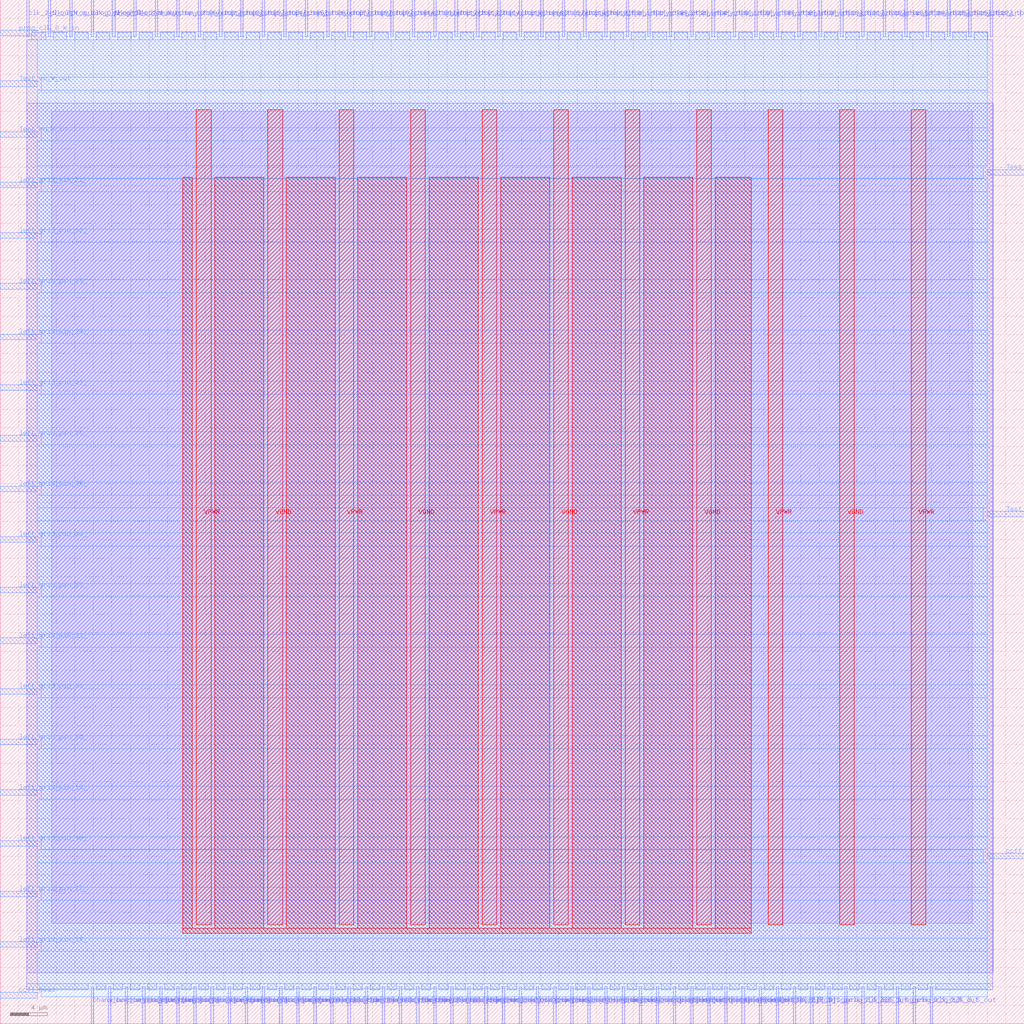
<source format=lef>
VERSION 5.7 ;
  NOWIREEXTENSIONATPIN ON ;
  DIVIDERCHAR "/" ;
  BUSBITCHARS "[]" ;
MACRO cby_1__1_
  CLASS BLOCK ;
  FOREIGN cby_1__1_ ;
  ORIGIN 0.000 0.000 ;
  SIZE 110.000 BY 110.000 ;
  PIN Test_en_E_in
    DIRECTION INPUT ;
    USE SIGNAL ;
    PORT
      LAYER met3 ;
        RECT 106.000 91.160 110.000 91.760 ;
    END
  END Test_en_E_in
  PIN Test_en_E_out
    DIRECTION OUTPUT TRISTATE ;
    USE SIGNAL ;
    PORT
      LAYER met3 ;
        RECT 106.000 54.440 110.000 55.040 ;
    END
  END Test_en_E_out
  PIN Test_en_N_out
    DIRECTION OUTPUT TRISTATE ;
    USE SIGNAL ;
    PORT
      LAYER met2 ;
        RECT 14.350 106.000 14.630 110.000 ;
    END
  END Test_en_N_out
  PIN Test_en_S_in
    DIRECTION INPUT ;
    USE SIGNAL ;
    PORT
      LAYER met2 ;
        RECT 83.350 0.000 83.630 4.000 ;
    END
  END Test_en_S_in
  PIN Test_en_W_in
    DIRECTION INPUT ;
    USE SIGNAL ;
    PORT
      LAYER met3 ;
        RECT 0.000 95.240 4.000 95.840 ;
    END
  END Test_en_W_in
  PIN Test_en_W_out
    DIRECTION OUTPUT TRISTATE ;
    USE SIGNAL ;
    PORT
      LAYER met3 ;
        RECT 0.000 100.680 4.000 101.280 ;
    END
  END Test_en_W_out
  PIN VGND
    DIRECTION INOUT ;
    USE GROUND ;
    PORT
      LAYER met4 ;
        RECT 28.720 10.640 30.320 98.160 ;
    END
    PORT
      LAYER met4 ;
        RECT 44.080 10.640 45.680 98.160 ;
    END
    PORT
      LAYER met4 ;
        RECT 59.440 10.640 61.040 98.160 ;
    END
    PORT
      LAYER met4 ;
        RECT 74.800 10.640 76.400 98.160 ;
    END
    PORT
      LAYER met4 ;
        RECT 90.160 10.640 91.760 98.160 ;
    END
  END VGND
  PIN VPWR
    DIRECTION INOUT ;
    USE POWER ;
    PORT
      LAYER met4 ;
        RECT 21.040 10.640 22.640 98.160 ;
    END
    PORT
      LAYER met4 ;
        RECT 36.400 10.640 38.000 98.160 ;
    END
    PORT
      LAYER met4 ;
        RECT 51.760 10.640 53.360 98.160 ;
    END
    PORT
      LAYER met4 ;
        RECT 67.120 10.640 68.720 98.160 ;
    END
    PORT
      LAYER met4 ;
        RECT 82.480 10.640 84.080 98.160 ;
    END
    PORT
      LAYER met4 ;
        RECT 97.840 10.640 99.440 98.160 ;
    END
  END VPWR
  PIN ccff_head
    DIRECTION INPUT ;
    USE SIGNAL ;
    PORT
      LAYER met3 ;
        RECT 0.000 2.760 4.000 3.360 ;
    END
  END ccff_head
  PIN ccff_tail
    DIRECTION OUTPUT TRISTATE ;
    USE SIGNAL ;
    PORT
      LAYER met3 ;
        RECT 106.000 17.720 110.000 18.320 ;
    END
  END ccff_tail
  PIN chany_bottom_in[0]
    DIRECTION INPUT ;
    USE SIGNAL ;
    PORT
      LAYER met2 ;
        RECT 46.550 0.000 46.830 4.000 ;
    END
  END chany_bottom_in[0]
  PIN chany_bottom_in[10]
    DIRECTION INPUT ;
    USE SIGNAL ;
    PORT
      LAYER met2 ;
        RECT 64.950 0.000 65.230 4.000 ;
    END
  END chany_bottom_in[10]
  PIN chany_bottom_in[11]
    DIRECTION INPUT ;
    USE SIGNAL ;
    PORT
      LAYER met2 ;
        RECT 66.790 0.000 67.070 4.000 ;
    END
  END chany_bottom_in[11]
  PIN chany_bottom_in[12]
    DIRECTION INPUT ;
    USE SIGNAL ;
    PORT
      LAYER met2 ;
        RECT 68.630 0.000 68.910 4.000 ;
    END
  END chany_bottom_in[12]
  PIN chany_bottom_in[13]
    DIRECTION INPUT ;
    USE SIGNAL ;
    PORT
      LAYER met2 ;
        RECT 70.470 0.000 70.750 4.000 ;
    END
  END chany_bottom_in[13]
  PIN chany_bottom_in[14]
    DIRECTION INPUT ;
    USE SIGNAL ;
    PORT
      LAYER met2 ;
        RECT 72.310 0.000 72.590 4.000 ;
    END
  END chany_bottom_in[14]
  PIN chany_bottom_in[15]
    DIRECTION INPUT ;
    USE SIGNAL ;
    PORT
      LAYER met2 ;
        RECT 74.150 0.000 74.430 4.000 ;
    END
  END chany_bottom_in[15]
  PIN chany_bottom_in[16]
    DIRECTION INPUT ;
    USE SIGNAL ;
    PORT
      LAYER met2 ;
        RECT 75.990 0.000 76.270 4.000 ;
    END
  END chany_bottom_in[16]
  PIN chany_bottom_in[17]
    DIRECTION INPUT ;
    USE SIGNAL ;
    PORT
      LAYER met2 ;
        RECT 77.830 0.000 78.110 4.000 ;
    END
  END chany_bottom_in[17]
  PIN chany_bottom_in[18]
    DIRECTION INPUT ;
    USE SIGNAL ;
    PORT
      LAYER met2 ;
        RECT 79.670 0.000 79.950 4.000 ;
    END
  END chany_bottom_in[18]
  PIN chany_bottom_in[19]
    DIRECTION INPUT ;
    USE SIGNAL ;
    PORT
      LAYER met2 ;
        RECT 81.510 0.000 81.790 4.000 ;
    END
  END chany_bottom_in[19]
  PIN chany_bottom_in[1]
    DIRECTION INPUT ;
    USE SIGNAL ;
    PORT
      LAYER met2 ;
        RECT 48.390 0.000 48.670 4.000 ;
    END
  END chany_bottom_in[1]
  PIN chany_bottom_in[2]
    DIRECTION INPUT ;
    USE SIGNAL ;
    PORT
      LAYER met2 ;
        RECT 50.230 0.000 50.510 4.000 ;
    END
  END chany_bottom_in[2]
  PIN chany_bottom_in[3]
    DIRECTION INPUT ;
    USE SIGNAL ;
    PORT
      LAYER met2 ;
        RECT 52.070 0.000 52.350 4.000 ;
    END
  END chany_bottom_in[3]
  PIN chany_bottom_in[4]
    DIRECTION INPUT ;
    USE SIGNAL ;
    PORT
      LAYER met2 ;
        RECT 53.910 0.000 54.190 4.000 ;
    END
  END chany_bottom_in[4]
  PIN chany_bottom_in[5]
    DIRECTION INPUT ;
    USE SIGNAL ;
    PORT
      LAYER met2 ;
        RECT 55.750 0.000 56.030 4.000 ;
    END
  END chany_bottom_in[5]
  PIN chany_bottom_in[6]
    DIRECTION INPUT ;
    USE SIGNAL ;
    PORT
      LAYER met2 ;
        RECT 57.590 0.000 57.870 4.000 ;
    END
  END chany_bottom_in[6]
  PIN chany_bottom_in[7]
    DIRECTION INPUT ;
    USE SIGNAL ;
    PORT
      LAYER met2 ;
        RECT 59.430 0.000 59.710 4.000 ;
    END
  END chany_bottom_in[7]
  PIN chany_bottom_in[8]
    DIRECTION INPUT ;
    USE SIGNAL ;
    PORT
      LAYER met2 ;
        RECT 61.270 0.000 61.550 4.000 ;
    END
  END chany_bottom_in[8]
  PIN chany_bottom_in[9]
    DIRECTION INPUT ;
    USE SIGNAL ;
    PORT
      LAYER met2 ;
        RECT 63.110 0.000 63.390 4.000 ;
    END
  END chany_bottom_in[9]
  PIN chany_bottom_out[0]
    DIRECTION OUTPUT TRISTATE ;
    USE SIGNAL ;
    PORT
      LAYER met2 ;
        RECT 9.750 0.000 10.030 4.000 ;
    END
  END chany_bottom_out[0]
  PIN chany_bottom_out[10]
    DIRECTION OUTPUT TRISTATE ;
    USE SIGNAL ;
    PORT
      LAYER met2 ;
        RECT 28.150 0.000 28.430 4.000 ;
    END
  END chany_bottom_out[10]
  PIN chany_bottom_out[11]
    DIRECTION OUTPUT TRISTATE ;
    USE SIGNAL ;
    PORT
      LAYER met2 ;
        RECT 29.990 0.000 30.270 4.000 ;
    END
  END chany_bottom_out[11]
  PIN chany_bottom_out[12]
    DIRECTION OUTPUT TRISTATE ;
    USE SIGNAL ;
    PORT
      LAYER met2 ;
        RECT 31.830 0.000 32.110 4.000 ;
    END
  END chany_bottom_out[12]
  PIN chany_bottom_out[13]
    DIRECTION OUTPUT TRISTATE ;
    USE SIGNAL ;
    PORT
      LAYER met2 ;
        RECT 33.670 0.000 33.950 4.000 ;
    END
  END chany_bottom_out[13]
  PIN chany_bottom_out[14]
    DIRECTION OUTPUT TRISTATE ;
    USE SIGNAL ;
    PORT
      LAYER met2 ;
        RECT 35.510 0.000 35.790 4.000 ;
    END
  END chany_bottom_out[14]
  PIN chany_bottom_out[15]
    DIRECTION OUTPUT TRISTATE ;
    USE SIGNAL ;
    PORT
      LAYER met2 ;
        RECT 37.350 0.000 37.630 4.000 ;
    END
  END chany_bottom_out[15]
  PIN chany_bottom_out[16]
    DIRECTION OUTPUT TRISTATE ;
    USE SIGNAL ;
    PORT
      LAYER met2 ;
        RECT 39.190 0.000 39.470 4.000 ;
    END
  END chany_bottom_out[16]
  PIN chany_bottom_out[17]
    DIRECTION OUTPUT TRISTATE ;
    USE SIGNAL ;
    PORT
      LAYER met2 ;
        RECT 41.030 0.000 41.310 4.000 ;
    END
  END chany_bottom_out[17]
  PIN chany_bottom_out[18]
    DIRECTION OUTPUT TRISTATE ;
    USE SIGNAL ;
    PORT
      LAYER met2 ;
        RECT 42.870 0.000 43.150 4.000 ;
    END
  END chany_bottom_out[18]
  PIN chany_bottom_out[19]
    DIRECTION OUTPUT TRISTATE ;
    USE SIGNAL ;
    PORT
      LAYER met2 ;
        RECT 44.710 0.000 44.990 4.000 ;
    END
  END chany_bottom_out[19]
  PIN chany_bottom_out[1]
    DIRECTION OUTPUT TRISTATE ;
    USE SIGNAL ;
    PORT
      LAYER met2 ;
        RECT 11.590 0.000 11.870 4.000 ;
    END
  END chany_bottom_out[1]
  PIN chany_bottom_out[2]
    DIRECTION OUTPUT TRISTATE ;
    USE SIGNAL ;
    PORT
      LAYER met2 ;
        RECT 13.430 0.000 13.710 4.000 ;
    END
  END chany_bottom_out[2]
  PIN chany_bottom_out[3]
    DIRECTION OUTPUT TRISTATE ;
    USE SIGNAL ;
    PORT
      LAYER met2 ;
        RECT 15.270 0.000 15.550 4.000 ;
    END
  END chany_bottom_out[3]
  PIN chany_bottom_out[4]
    DIRECTION OUTPUT TRISTATE ;
    USE SIGNAL ;
    PORT
      LAYER met2 ;
        RECT 17.110 0.000 17.390 4.000 ;
    END
  END chany_bottom_out[4]
  PIN chany_bottom_out[5]
    DIRECTION OUTPUT TRISTATE ;
    USE SIGNAL ;
    PORT
      LAYER met2 ;
        RECT 18.950 0.000 19.230 4.000 ;
    END
  END chany_bottom_out[5]
  PIN chany_bottom_out[6]
    DIRECTION OUTPUT TRISTATE ;
    USE SIGNAL ;
    PORT
      LAYER met2 ;
        RECT 20.790 0.000 21.070 4.000 ;
    END
  END chany_bottom_out[6]
  PIN chany_bottom_out[7]
    DIRECTION OUTPUT TRISTATE ;
    USE SIGNAL ;
    PORT
      LAYER met2 ;
        RECT 22.630 0.000 22.910 4.000 ;
    END
  END chany_bottom_out[7]
  PIN chany_bottom_out[8]
    DIRECTION OUTPUT TRISTATE ;
    USE SIGNAL ;
    PORT
      LAYER met2 ;
        RECT 24.470 0.000 24.750 4.000 ;
    END
  END chany_bottom_out[8]
  PIN chany_bottom_out[9]
    DIRECTION OUTPUT TRISTATE ;
    USE SIGNAL ;
    PORT
      LAYER met2 ;
        RECT 26.310 0.000 26.590 4.000 ;
    END
  END chany_bottom_out[9]
  PIN chany_top_in[0]
    DIRECTION INPUT ;
    USE SIGNAL ;
    PORT
      LAYER met2 ;
        RECT 62.650 106.000 62.930 110.000 ;
    END
  END chany_top_in[0]
  PIN chany_top_in[10]
    DIRECTION INPUT ;
    USE SIGNAL ;
    PORT
      LAYER met2 ;
        RECT 85.650 106.000 85.930 110.000 ;
    END
  END chany_top_in[10]
  PIN chany_top_in[11]
    DIRECTION INPUT ;
    USE SIGNAL ;
    PORT
      LAYER met2 ;
        RECT 87.950 106.000 88.230 110.000 ;
    END
  END chany_top_in[11]
  PIN chany_top_in[12]
    DIRECTION INPUT ;
    USE SIGNAL ;
    PORT
      LAYER met2 ;
        RECT 90.250 106.000 90.530 110.000 ;
    END
  END chany_top_in[12]
  PIN chany_top_in[13]
    DIRECTION INPUT ;
    USE SIGNAL ;
    PORT
      LAYER met2 ;
        RECT 92.550 106.000 92.830 110.000 ;
    END
  END chany_top_in[13]
  PIN chany_top_in[14]
    DIRECTION INPUT ;
    USE SIGNAL ;
    PORT
      LAYER met2 ;
        RECT 94.850 106.000 95.130 110.000 ;
    END
  END chany_top_in[14]
  PIN chany_top_in[15]
    DIRECTION INPUT ;
    USE SIGNAL ;
    PORT
      LAYER met2 ;
        RECT 97.150 106.000 97.430 110.000 ;
    END
  END chany_top_in[15]
  PIN chany_top_in[16]
    DIRECTION INPUT ;
    USE SIGNAL ;
    PORT
      LAYER met2 ;
        RECT 99.450 106.000 99.730 110.000 ;
    END
  END chany_top_in[16]
  PIN chany_top_in[17]
    DIRECTION INPUT ;
    USE SIGNAL ;
    PORT
      LAYER met2 ;
        RECT 101.750 106.000 102.030 110.000 ;
    END
  END chany_top_in[17]
  PIN chany_top_in[18]
    DIRECTION INPUT ;
    USE SIGNAL ;
    PORT
      LAYER met2 ;
        RECT 104.050 106.000 104.330 110.000 ;
    END
  END chany_top_in[18]
  PIN chany_top_in[19]
    DIRECTION INPUT ;
    USE SIGNAL ;
    PORT
      LAYER met2 ;
        RECT 106.350 106.000 106.630 110.000 ;
    END
  END chany_top_in[19]
  PIN chany_top_in[1]
    DIRECTION INPUT ;
    USE SIGNAL ;
    PORT
      LAYER met2 ;
        RECT 64.950 106.000 65.230 110.000 ;
    END
  END chany_top_in[1]
  PIN chany_top_in[2]
    DIRECTION INPUT ;
    USE SIGNAL ;
    PORT
      LAYER met2 ;
        RECT 67.250 106.000 67.530 110.000 ;
    END
  END chany_top_in[2]
  PIN chany_top_in[3]
    DIRECTION INPUT ;
    USE SIGNAL ;
    PORT
      LAYER met2 ;
        RECT 69.550 106.000 69.830 110.000 ;
    END
  END chany_top_in[3]
  PIN chany_top_in[4]
    DIRECTION INPUT ;
    USE SIGNAL ;
    PORT
      LAYER met2 ;
        RECT 71.850 106.000 72.130 110.000 ;
    END
  END chany_top_in[4]
  PIN chany_top_in[5]
    DIRECTION INPUT ;
    USE SIGNAL ;
    PORT
      LAYER met2 ;
        RECT 74.150 106.000 74.430 110.000 ;
    END
  END chany_top_in[5]
  PIN chany_top_in[6]
    DIRECTION INPUT ;
    USE SIGNAL ;
    PORT
      LAYER met2 ;
        RECT 76.450 106.000 76.730 110.000 ;
    END
  END chany_top_in[6]
  PIN chany_top_in[7]
    DIRECTION INPUT ;
    USE SIGNAL ;
    PORT
      LAYER met2 ;
        RECT 78.750 106.000 79.030 110.000 ;
    END
  END chany_top_in[7]
  PIN chany_top_in[8]
    DIRECTION INPUT ;
    USE SIGNAL ;
    PORT
      LAYER met2 ;
        RECT 81.050 106.000 81.330 110.000 ;
    END
  END chany_top_in[8]
  PIN chany_top_in[9]
    DIRECTION INPUT ;
    USE SIGNAL ;
    PORT
      LAYER met2 ;
        RECT 83.350 106.000 83.630 110.000 ;
    END
  END chany_top_in[9]
  PIN chany_top_out[0]
    DIRECTION OUTPUT TRISTATE ;
    USE SIGNAL ;
    PORT
      LAYER met2 ;
        RECT 16.650 106.000 16.930 110.000 ;
    END
  END chany_top_out[0]
  PIN chany_top_out[10]
    DIRECTION OUTPUT TRISTATE ;
    USE SIGNAL ;
    PORT
      LAYER met2 ;
        RECT 39.650 106.000 39.930 110.000 ;
    END
  END chany_top_out[10]
  PIN chany_top_out[11]
    DIRECTION OUTPUT TRISTATE ;
    USE SIGNAL ;
    PORT
      LAYER met2 ;
        RECT 41.950 106.000 42.230 110.000 ;
    END
  END chany_top_out[11]
  PIN chany_top_out[12]
    DIRECTION OUTPUT TRISTATE ;
    USE SIGNAL ;
    PORT
      LAYER met2 ;
        RECT 44.250 106.000 44.530 110.000 ;
    END
  END chany_top_out[12]
  PIN chany_top_out[13]
    DIRECTION OUTPUT TRISTATE ;
    USE SIGNAL ;
    PORT
      LAYER met2 ;
        RECT 46.550 106.000 46.830 110.000 ;
    END
  END chany_top_out[13]
  PIN chany_top_out[14]
    DIRECTION OUTPUT TRISTATE ;
    USE SIGNAL ;
    PORT
      LAYER met2 ;
        RECT 48.850 106.000 49.130 110.000 ;
    END
  END chany_top_out[14]
  PIN chany_top_out[15]
    DIRECTION OUTPUT TRISTATE ;
    USE SIGNAL ;
    PORT
      LAYER met2 ;
        RECT 51.150 106.000 51.430 110.000 ;
    END
  END chany_top_out[15]
  PIN chany_top_out[16]
    DIRECTION OUTPUT TRISTATE ;
    USE SIGNAL ;
    PORT
      LAYER met2 ;
        RECT 53.450 106.000 53.730 110.000 ;
    END
  END chany_top_out[16]
  PIN chany_top_out[17]
    DIRECTION OUTPUT TRISTATE ;
    USE SIGNAL ;
    PORT
      LAYER met2 ;
        RECT 55.750 106.000 56.030 110.000 ;
    END
  END chany_top_out[17]
  PIN chany_top_out[18]
    DIRECTION OUTPUT TRISTATE ;
    USE SIGNAL ;
    PORT
      LAYER met2 ;
        RECT 58.050 106.000 58.330 110.000 ;
    END
  END chany_top_out[18]
  PIN chany_top_out[19]
    DIRECTION OUTPUT TRISTATE ;
    USE SIGNAL ;
    PORT
      LAYER met2 ;
        RECT 60.350 106.000 60.630 110.000 ;
    END
  END chany_top_out[19]
  PIN chany_top_out[1]
    DIRECTION OUTPUT TRISTATE ;
    USE SIGNAL ;
    PORT
      LAYER met2 ;
        RECT 18.950 106.000 19.230 110.000 ;
    END
  END chany_top_out[1]
  PIN chany_top_out[2]
    DIRECTION OUTPUT TRISTATE ;
    USE SIGNAL ;
    PORT
      LAYER met2 ;
        RECT 21.250 106.000 21.530 110.000 ;
    END
  END chany_top_out[2]
  PIN chany_top_out[3]
    DIRECTION OUTPUT TRISTATE ;
    USE SIGNAL ;
    PORT
      LAYER met2 ;
        RECT 23.550 106.000 23.830 110.000 ;
    END
  END chany_top_out[3]
  PIN chany_top_out[4]
    DIRECTION OUTPUT TRISTATE ;
    USE SIGNAL ;
    PORT
      LAYER met2 ;
        RECT 25.850 106.000 26.130 110.000 ;
    END
  END chany_top_out[4]
  PIN chany_top_out[5]
    DIRECTION OUTPUT TRISTATE ;
    USE SIGNAL ;
    PORT
      LAYER met2 ;
        RECT 28.150 106.000 28.430 110.000 ;
    END
  END chany_top_out[5]
  PIN chany_top_out[6]
    DIRECTION OUTPUT TRISTATE ;
    USE SIGNAL ;
    PORT
      LAYER met2 ;
        RECT 30.450 106.000 30.730 110.000 ;
    END
  END chany_top_out[6]
  PIN chany_top_out[7]
    DIRECTION OUTPUT TRISTATE ;
    USE SIGNAL ;
    PORT
      LAYER met2 ;
        RECT 32.750 106.000 33.030 110.000 ;
    END
  END chany_top_out[7]
  PIN chany_top_out[8]
    DIRECTION OUTPUT TRISTATE ;
    USE SIGNAL ;
    PORT
      LAYER met2 ;
        RECT 35.050 106.000 35.330 110.000 ;
    END
  END chany_top_out[8]
  PIN chany_top_out[9]
    DIRECTION OUTPUT TRISTATE ;
    USE SIGNAL ;
    PORT
      LAYER met2 ;
        RECT 37.350 106.000 37.630 110.000 ;
    END
  END chany_top_out[9]
  PIN clk_2_N_out
    DIRECTION OUTPUT TRISTATE ;
    USE SIGNAL ;
    PORT
      LAYER met2 ;
        RECT 2.850 106.000 3.130 110.000 ;
    END
  END clk_2_N_out
  PIN clk_2_S_in
    DIRECTION INPUT ;
    USE SIGNAL ;
    PORT
      LAYER met2 ;
        RECT 85.190 0.000 85.470 4.000 ;
    END
  END clk_2_S_in
  PIN clk_2_S_out
    DIRECTION OUTPUT TRISTATE ;
    USE SIGNAL ;
    PORT
      LAYER met2 ;
        RECT 92.550 0.000 92.830 4.000 ;
    END
  END clk_2_S_out
  PIN clk_3_N_out
    DIRECTION OUTPUT TRISTATE ;
    USE SIGNAL ;
    PORT
      LAYER met2 ;
        RECT 5.150 106.000 5.430 110.000 ;
    END
  END clk_3_N_out
  PIN clk_3_S_in
    DIRECTION INPUT ;
    USE SIGNAL ;
    PORT
      LAYER met2 ;
        RECT 87.030 0.000 87.310 4.000 ;
    END
  END clk_3_S_in
  PIN clk_3_S_out
    DIRECTION OUTPUT TRISTATE ;
    USE SIGNAL ;
    PORT
      LAYER met2 ;
        RECT 94.390 0.000 94.670 4.000 ;
    END
  END clk_3_S_out
  PIN left_grid_pin_16_
    DIRECTION OUTPUT TRISTATE ;
    USE SIGNAL ;
    PORT
      LAYER met3 ;
        RECT 0.000 8.200 4.000 8.800 ;
    END
  END left_grid_pin_16_
  PIN left_grid_pin_17_
    DIRECTION OUTPUT TRISTATE ;
    USE SIGNAL ;
    PORT
      LAYER met3 ;
        RECT 0.000 13.640 4.000 14.240 ;
    END
  END left_grid_pin_17_
  PIN left_grid_pin_18_
    DIRECTION OUTPUT TRISTATE ;
    USE SIGNAL ;
    PORT
      LAYER met3 ;
        RECT 0.000 19.080 4.000 19.680 ;
    END
  END left_grid_pin_18_
  PIN left_grid_pin_19_
    DIRECTION OUTPUT TRISTATE ;
    USE SIGNAL ;
    PORT
      LAYER met3 ;
        RECT 0.000 24.520 4.000 25.120 ;
    END
  END left_grid_pin_19_
  PIN left_grid_pin_20_
    DIRECTION OUTPUT TRISTATE ;
    USE SIGNAL ;
    PORT
      LAYER met3 ;
        RECT 0.000 29.960 4.000 30.560 ;
    END
  END left_grid_pin_20_
  PIN left_grid_pin_21_
    DIRECTION OUTPUT TRISTATE ;
    USE SIGNAL ;
    PORT
      LAYER met3 ;
        RECT 0.000 35.400 4.000 36.000 ;
    END
  END left_grid_pin_21_
  PIN left_grid_pin_22_
    DIRECTION OUTPUT TRISTATE ;
    USE SIGNAL ;
    PORT
      LAYER met3 ;
        RECT 0.000 40.840 4.000 41.440 ;
    END
  END left_grid_pin_22_
  PIN left_grid_pin_23_
    DIRECTION OUTPUT TRISTATE ;
    USE SIGNAL ;
    PORT
      LAYER met3 ;
        RECT 0.000 46.280 4.000 46.880 ;
    END
  END left_grid_pin_23_
  PIN left_grid_pin_24_
    DIRECTION OUTPUT TRISTATE ;
    USE SIGNAL ;
    PORT
      LAYER met3 ;
        RECT 0.000 51.720 4.000 52.320 ;
    END
  END left_grid_pin_24_
  PIN left_grid_pin_25_
    DIRECTION OUTPUT TRISTATE ;
    USE SIGNAL ;
    PORT
      LAYER met3 ;
        RECT 0.000 57.160 4.000 57.760 ;
    END
  END left_grid_pin_25_
  PIN left_grid_pin_26_
    DIRECTION OUTPUT TRISTATE ;
    USE SIGNAL ;
    PORT
      LAYER met3 ;
        RECT 0.000 62.600 4.000 63.200 ;
    END
  END left_grid_pin_26_
  PIN left_grid_pin_27_
    DIRECTION OUTPUT TRISTATE ;
    USE SIGNAL ;
    PORT
      LAYER met3 ;
        RECT 0.000 68.040 4.000 68.640 ;
    END
  END left_grid_pin_27_
  PIN left_grid_pin_28_
    DIRECTION OUTPUT TRISTATE ;
    USE SIGNAL ;
    PORT
      LAYER met3 ;
        RECT 0.000 73.480 4.000 74.080 ;
    END
  END left_grid_pin_28_
  PIN left_grid_pin_29_
    DIRECTION OUTPUT TRISTATE ;
    USE SIGNAL ;
    PORT
      LAYER met3 ;
        RECT 0.000 78.920 4.000 79.520 ;
    END
  END left_grid_pin_29_
  PIN left_grid_pin_30_
    DIRECTION OUTPUT TRISTATE ;
    USE SIGNAL ;
    PORT
      LAYER met3 ;
        RECT 0.000 84.360 4.000 84.960 ;
    END
  END left_grid_pin_30_
  PIN left_grid_pin_31_
    DIRECTION OUTPUT TRISTATE ;
    USE SIGNAL ;
    PORT
      LAYER met3 ;
        RECT 0.000 89.800 4.000 90.400 ;
    END
  END left_grid_pin_31_
  PIN prog_clk_0_N_out
    DIRECTION OUTPUT TRISTATE ;
    USE SIGNAL ;
    PORT
      LAYER met2 ;
        RECT 7.450 106.000 7.730 110.000 ;
    END
  END prog_clk_0_N_out
  PIN prog_clk_0_S_out
    DIRECTION OUTPUT TRISTATE ;
    USE SIGNAL ;
    PORT
      LAYER met2 ;
        RECT 96.230 0.000 96.510 4.000 ;
    END
  END prog_clk_0_S_out
  PIN prog_clk_0_W_in
    DIRECTION INPUT ;
    USE SIGNAL ;
    PORT
      LAYER met3 ;
        RECT 0.000 106.120 4.000 106.720 ;
    END
  END prog_clk_0_W_in
  PIN prog_clk_2_N_out
    DIRECTION OUTPUT TRISTATE ;
    USE SIGNAL ;
    PORT
      LAYER met2 ;
        RECT 9.750 106.000 10.030 110.000 ;
    END
  END prog_clk_2_N_out
  PIN prog_clk_2_S_in
    DIRECTION INPUT ;
    USE SIGNAL ;
    PORT
      LAYER met2 ;
        RECT 88.870 0.000 89.150 4.000 ;
    END
  END prog_clk_2_S_in
  PIN prog_clk_2_S_out
    DIRECTION OUTPUT TRISTATE ;
    USE SIGNAL ;
    PORT
      LAYER met2 ;
        RECT 98.070 0.000 98.350 4.000 ;
    END
  END prog_clk_2_S_out
  PIN prog_clk_3_N_out
    DIRECTION OUTPUT TRISTATE ;
    USE SIGNAL ;
    PORT
      LAYER met2 ;
        RECT 12.050 106.000 12.330 110.000 ;
    END
  END prog_clk_3_N_out
  PIN prog_clk_3_S_in
    DIRECTION INPUT ;
    USE SIGNAL ;
    PORT
      LAYER met2 ;
        RECT 90.710 0.000 90.990 4.000 ;
    END
  END prog_clk_3_S_in
  PIN prog_clk_3_S_out
    DIRECTION OUTPUT TRISTATE ;
    USE SIGNAL ;
    PORT
      LAYER met2 ;
        RECT 99.910 0.000 100.190 4.000 ;
    END
  END prog_clk_3_S_out
  OBS
      LAYER li1 ;
        RECT 5.520 10.795 104.420 98.005 ;
      LAYER met1 ;
        RECT 2.830 5.480 106.650 98.900 ;
      LAYER met2 ;
        RECT 3.410 105.720 4.870 106.490 ;
        RECT 5.710 105.720 7.170 106.490 ;
        RECT 8.010 105.720 9.470 106.490 ;
        RECT 10.310 105.720 11.770 106.490 ;
        RECT 12.610 105.720 14.070 106.490 ;
        RECT 14.910 105.720 16.370 106.490 ;
        RECT 17.210 105.720 18.670 106.490 ;
        RECT 19.510 105.720 20.970 106.490 ;
        RECT 21.810 105.720 23.270 106.490 ;
        RECT 24.110 105.720 25.570 106.490 ;
        RECT 26.410 105.720 27.870 106.490 ;
        RECT 28.710 105.720 30.170 106.490 ;
        RECT 31.010 105.720 32.470 106.490 ;
        RECT 33.310 105.720 34.770 106.490 ;
        RECT 35.610 105.720 37.070 106.490 ;
        RECT 37.910 105.720 39.370 106.490 ;
        RECT 40.210 105.720 41.670 106.490 ;
        RECT 42.510 105.720 43.970 106.490 ;
        RECT 44.810 105.720 46.270 106.490 ;
        RECT 47.110 105.720 48.570 106.490 ;
        RECT 49.410 105.720 50.870 106.490 ;
        RECT 51.710 105.720 53.170 106.490 ;
        RECT 54.010 105.720 55.470 106.490 ;
        RECT 56.310 105.720 57.770 106.490 ;
        RECT 58.610 105.720 60.070 106.490 ;
        RECT 60.910 105.720 62.370 106.490 ;
        RECT 63.210 105.720 64.670 106.490 ;
        RECT 65.510 105.720 66.970 106.490 ;
        RECT 67.810 105.720 69.270 106.490 ;
        RECT 70.110 105.720 71.570 106.490 ;
        RECT 72.410 105.720 73.870 106.490 ;
        RECT 74.710 105.720 76.170 106.490 ;
        RECT 77.010 105.720 78.470 106.490 ;
        RECT 79.310 105.720 80.770 106.490 ;
        RECT 81.610 105.720 83.070 106.490 ;
        RECT 83.910 105.720 85.370 106.490 ;
        RECT 86.210 105.720 87.670 106.490 ;
        RECT 88.510 105.720 89.970 106.490 ;
        RECT 90.810 105.720 92.270 106.490 ;
        RECT 93.110 105.720 94.570 106.490 ;
        RECT 95.410 105.720 96.870 106.490 ;
        RECT 97.710 105.720 99.170 106.490 ;
        RECT 100.010 105.720 101.470 106.490 ;
        RECT 102.310 105.720 103.770 106.490 ;
        RECT 104.610 105.720 106.070 106.490 ;
        RECT 2.860 4.280 106.620 105.720 ;
        RECT 2.860 3.670 9.470 4.280 ;
        RECT 10.310 3.670 11.310 4.280 ;
        RECT 12.150 3.670 13.150 4.280 ;
        RECT 13.990 3.670 14.990 4.280 ;
        RECT 15.830 3.670 16.830 4.280 ;
        RECT 17.670 3.670 18.670 4.280 ;
        RECT 19.510 3.670 20.510 4.280 ;
        RECT 21.350 3.670 22.350 4.280 ;
        RECT 23.190 3.670 24.190 4.280 ;
        RECT 25.030 3.670 26.030 4.280 ;
        RECT 26.870 3.670 27.870 4.280 ;
        RECT 28.710 3.670 29.710 4.280 ;
        RECT 30.550 3.670 31.550 4.280 ;
        RECT 32.390 3.670 33.390 4.280 ;
        RECT 34.230 3.670 35.230 4.280 ;
        RECT 36.070 3.670 37.070 4.280 ;
        RECT 37.910 3.670 38.910 4.280 ;
        RECT 39.750 3.670 40.750 4.280 ;
        RECT 41.590 3.670 42.590 4.280 ;
        RECT 43.430 3.670 44.430 4.280 ;
        RECT 45.270 3.670 46.270 4.280 ;
        RECT 47.110 3.670 48.110 4.280 ;
        RECT 48.950 3.670 49.950 4.280 ;
        RECT 50.790 3.670 51.790 4.280 ;
        RECT 52.630 3.670 53.630 4.280 ;
        RECT 54.470 3.670 55.470 4.280 ;
        RECT 56.310 3.670 57.310 4.280 ;
        RECT 58.150 3.670 59.150 4.280 ;
        RECT 59.990 3.670 60.990 4.280 ;
        RECT 61.830 3.670 62.830 4.280 ;
        RECT 63.670 3.670 64.670 4.280 ;
        RECT 65.510 3.670 66.510 4.280 ;
        RECT 67.350 3.670 68.350 4.280 ;
        RECT 69.190 3.670 70.190 4.280 ;
        RECT 71.030 3.670 72.030 4.280 ;
        RECT 72.870 3.670 73.870 4.280 ;
        RECT 74.710 3.670 75.710 4.280 ;
        RECT 76.550 3.670 77.550 4.280 ;
        RECT 78.390 3.670 79.390 4.280 ;
        RECT 80.230 3.670 81.230 4.280 ;
        RECT 82.070 3.670 83.070 4.280 ;
        RECT 83.910 3.670 84.910 4.280 ;
        RECT 85.750 3.670 86.750 4.280 ;
        RECT 87.590 3.670 88.590 4.280 ;
        RECT 89.430 3.670 90.430 4.280 ;
        RECT 91.270 3.670 92.270 4.280 ;
        RECT 93.110 3.670 94.110 4.280 ;
        RECT 94.950 3.670 95.950 4.280 ;
        RECT 96.790 3.670 97.790 4.280 ;
        RECT 98.630 3.670 99.630 4.280 ;
        RECT 100.470 3.670 106.620 4.280 ;
      LAYER met3 ;
        RECT 4.400 105.720 106.000 106.570 ;
        RECT 4.000 101.680 106.000 105.720 ;
        RECT 4.400 100.280 106.000 101.680 ;
        RECT 4.000 96.240 106.000 100.280 ;
        RECT 4.400 94.840 106.000 96.240 ;
        RECT 4.000 92.160 106.000 94.840 ;
        RECT 4.000 90.800 105.600 92.160 ;
        RECT 4.400 90.760 105.600 90.800 ;
        RECT 4.400 89.400 106.000 90.760 ;
        RECT 4.000 85.360 106.000 89.400 ;
        RECT 4.400 83.960 106.000 85.360 ;
        RECT 4.000 79.920 106.000 83.960 ;
        RECT 4.400 78.520 106.000 79.920 ;
        RECT 4.000 74.480 106.000 78.520 ;
        RECT 4.400 73.080 106.000 74.480 ;
        RECT 4.000 69.040 106.000 73.080 ;
        RECT 4.400 67.640 106.000 69.040 ;
        RECT 4.000 63.600 106.000 67.640 ;
        RECT 4.400 62.200 106.000 63.600 ;
        RECT 4.000 58.160 106.000 62.200 ;
        RECT 4.400 56.760 106.000 58.160 ;
        RECT 4.000 55.440 106.000 56.760 ;
        RECT 4.000 54.040 105.600 55.440 ;
        RECT 4.000 52.720 106.000 54.040 ;
        RECT 4.400 51.320 106.000 52.720 ;
        RECT 4.000 47.280 106.000 51.320 ;
        RECT 4.400 45.880 106.000 47.280 ;
        RECT 4.000 41.840 106.000 45.880 ;
        RECT 4.400 40.440 106.000 41.840 ;
        RECT 4.000 36.400 106.000 40.440 ;
        RECT 4.400 35.000 106.000 36.400 ;
        RECT 4.000 30.960 106.000 35.000 ;
        RECT 4.400 29.560 106.000 30.960 ;
        RECT 4.000 25.520 106.000 29.560 ;
        RECT 4.400 24.120 106.000 25.520 ;
        RECT 4.000 20.080 106.000 24.120 ;
        RECT 4.400 18.720 106.000 20.080 ;
        RECT 4.400 18.680 105.600 18.720 ;
        RECT 4.000 17.320 105.600 18.680 ;
        RECT 4.000 14.640 106.000 17.320 ;
        RECT 4.400 13.240 106.000 14.640 ;
        RECT 4.000 9.200 106.000 13.240 ;
        RECT 4.400 7.800 106.000 9.200 ;
        RECT 4.000 3.760 106.000 7.800 ;
        RECT 4.400 2.910 106.000 3.760 ;
      LAYER met4 ;
        RECT 19.615 10.240 20.640 90.945 ;
        RECT 23.040 10.240 28.320 90.945 ;
        RECT 30.720 10.240 36.000 90.945 ;
        RECT 38.400 10.240 43.680 90.945 ;
        RECT 46.080 10.240 51.360 90.945 ;
        RECT 53.760 10.240 59.040 90.945 ;
        RECT 61.440 10.240 66.720 90.945 ;
        RECT 69.120 10.240 74.400 90.945 ;
        RECT 76.800 10.240 80.665 90.945 ;
        RECT 19.615 9.695 80.665 10.240 ;
  END
END cby_1__1_
END LIBRARY


</source>
